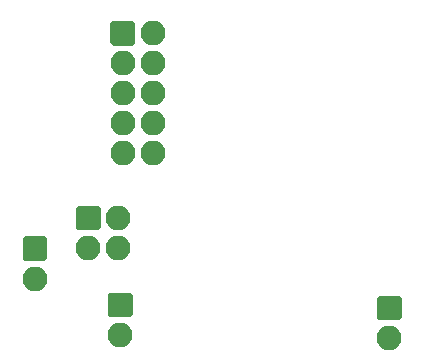
<source format=gbr>
%TF.GenerationSoftware,KiCad,Pcbnew,(5.1.10)-1*%
%TF.CreationDate,2021-10-08T19:19:36+02:00*%
%TF.ProjectId,board,626f6172-642e-46b6-9963-61645f706362,rev?*%
%TF.SameCoordinates,Original*%
%TF.FileFunction,Soldermask,Bot*%
%TF.FilePolarity,Negative*%
%FSLAX46Y46*%
G04 Gerber Fmt 4.6, Leading zero omitted, Abs format (unit mm)*
G04 Created by KiCad (PCBNEW (5.1.10)-1) date 2021-10-08 19:19:36*
%MOMM*%
%LPD*%
G01*
G04 APERTURE LIST*
%ADD10O,2.100000X2.100000*%
G04 APERTURE END LIST*
%TO.C,J1*%
G36*
G01*
X82260000Y-101300000D02*
X82260000Y-99600000D01*
G75*
G02*
X82460000Y-99400000I200000J0D01*
G01*
X84160000Y-99400000D01*
G75*
G02*
X84360000Y-99600000I0J-200000D01*
G01*
X84360000Y-101300000D01*
G75*
G02*
X84160000Y-101500000I-200000J0D01*
G01*
X82460000Y-101500000D01*
G75*
G02*
X82260000Y-101300000I0J200000D01*
G01*
G37*
D10*
X83310000Y-102990000D03*
%TD*%
%TO.C,J2*%
X76080000Y-98210000D03*
G36*
G01*
X75030000Y-96520000D02*
X75030000Y-94820000D01*
G75*
G02*
X75230000Y-94620000I200000J0D01*
G01*
X76930000Y-94620000D01*
G75*
G02*
X77130000Y-94820000I0J-200000D01*
G01*
X77130000Y-96520000D01*
G75*
G02*
X76930000Y-96720000I-200000J0D01*
G01*
X75230000Y-96720000D01*
G75*
G02*
X75030000Y-96520000I0J200000D01*
G01*
G37*
%TD*%
%TO.C,J3*%
G36*
G01*
X105050000Y-101550000D02*
X105050000Y-99850000D01*
G75*
G02*
X105250000Y-99650000I200000J0D01*
G01*
X106950000Y-99650000D01*
G75*
G02*
X107150000Y-99850000I0J-200000D01*
G01*
X107150000Y-101550000D01*
G75*
G02*
X106950000Y-101750000I-200000J0D01*
G01*
X105250000Y-101750000D01*
G75*
G02*
X105050000Y-101550000I0J200000D01*
G01*
G37*
X106100000Y-103240000D03*
%TD*%
%TO.C,J4*%
G36*
G01*
X79560000Y-93930000D02*
X79560000Y-92230000D01*
G75*
G02*
X79760000Y-92030000I200000J0D01*
G01*
X81460000Y-92030000D01*
G75*
G02*
X81660000Y-92230000I0J-200000D01*
G01*
X81660000Y-93930000D01*
G75*
G02*
X81460000Y-94130000I-200000J0D01*
G01*
X79760000Y-94130000D01*
G75*
G02*
X79560000Y-93930000I0J200000D01*
G01*
G37*
X83150000Y-93080000D03*
X80610000Y-95620000D03*
X83150000Y-95620000D03*
%TD*%
%TO.C,J5*%
G36*
G01*
X82470000Y-78290000D02*
X82470000Y-76590000D01*
G75*
G02*
X82670000Y-76390000I200000J0D01*
G01*
X84370000Y-76390000D01*
G75*
G02*
X84570000Y-76590000I0J-200000D01*
G01*
X84570000Y-78290000D01*
G75*
G02*
X84370000Y-78490000I-200000J0D01*
G01*
X82670000Y-78490000D01*
G75*
G02*
X82470000Y-78290000I0J200000D01*
G01*
G37*
X86060000Y-77440000D03*
X83520000Y-79980000D03*
X86060000Y-79980000D03*
X83520000Y-82520000D03*
X86060000Y-82520000D03*
X83520000Y-85060000D03*
X86060000Y-85060000D03*
X83520000Y-87600000D03*
X86060000Y-87600000D03*
%TD*%
M02*

</source>
